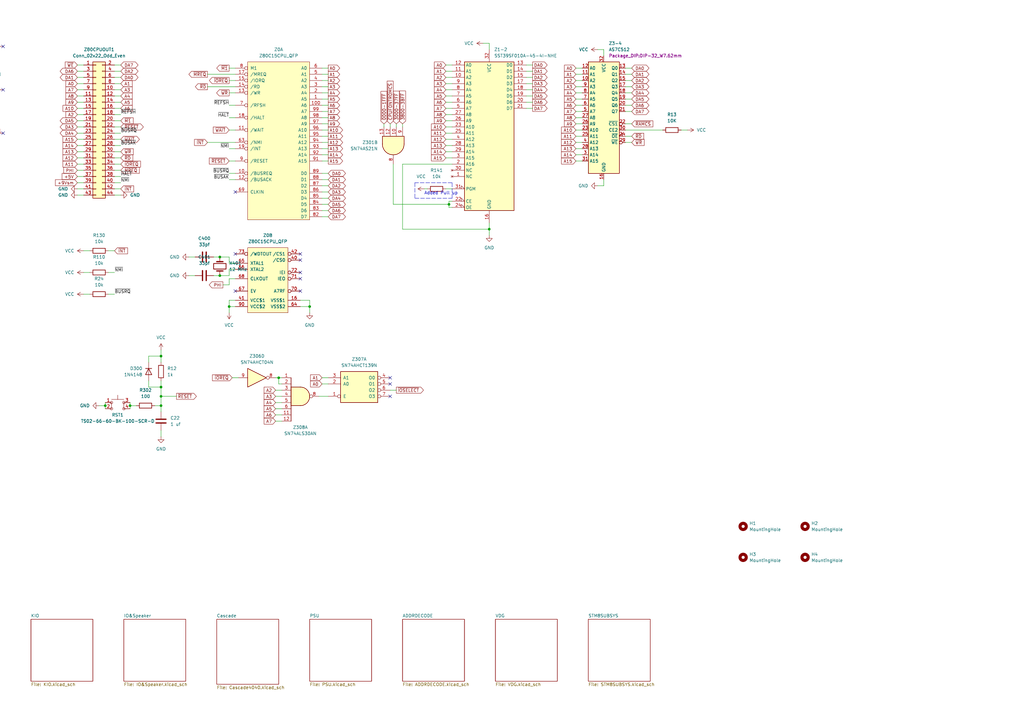
<source format=kicad_sch>
(kicad_sch (version 20211123) (generator eeschema)
  (paper "A3")
  (title_block (title "JupiterAce Z80 plus KIO and new memory format.") (date "2020-05-12") (rev "${REVNUM}") (company "Ontobus") (comment 1 "John Bradley") (comment 2 "https://creativecommons.org/licenses/by-nc-sa/4.0/") (comment 3 "Attribution-NonCommercial-ShareAlike 4.0 International License.") (comment 4 "This work is licensed under a Creative Commons "))
  (junction (at 53.34 166.37))
  (junction (at 66.04 166.37))
  (junction (at 90.17 113.03))
  (junction (at 200.66 93.98))
  (junction (at 43.18 166.37))
  (junction (at 66.04 146.05))
  (junction (at 66.04 162.56))
  (junction (at 184.15 83.82))
  (junction (at 127 125.73))
  (junction (at 114.3 154.94))
  (junction (at 90.17 105.41))
  (junction (at 66.04 158.75))
  (junction (at 93.98 125.73))
  (no_connect (at 1.27 19.05))
  (no_connect (at -13.97 21.59))
  (no_connect (at 123.19 104.14))
  (no_connect (at 123.19 106.68))
  (no_connect (at 123.19 111.76))
  (no_connect (at 123.19 114.3))
  (no_connect (at 123.19 119.38))
  (no_connect (at 96.52 119.38))
  (no_connect (at 96.52 104.14))
  (no_connect (at -54.61 107.95))
  (no_connect (at -39.37 95.25))
  (no_connect (at -54.61 92.71))
  (no_connect (at -54.61 97.79))
  (no_connect (at -54.61 95.25))
  (no_connect (at -34.29 16.51))
  (no_connect (at -54.61 80.01))
  (no_connect (at -54.61 74.93))
  (no_connect (at -39.37 77.47))
  (no_connect (at -13.97 36.83))
  (no_connect (at 1.27 36.83))
  (no_connect (at -39.37 36.83))
  (no_connect (at -54.61 36.83))
  (no_connect (at -54.61 110.49))
  (no_connect (at -54.61 115.57))
  (no_connect (at -54.61 113.03))
  (no_connect (at -39.37 111.76))
  (no_connect (at -34.29 54.61))
  (no_connect (at -26.67 60.96))
  (no_connect (at -6.35 60.96))
  (no_connect (at -13.97 54.61))
  (no_connect (at -19.05 54.61))
  (no_connect (at -54.61 54.61))
  (no_connect (at -39.37 54.61))
  (no_connect (at -46.99 60.96))
  (no_connect (at 1.27 54.61))
  (no_connect (at 160.02 154.94))
  (no_connect (at -19.05 19.05))
  (no_connect (at 160.02 162.56))
  (no_connect (at -54.61 130.81))
  (no_connect (at -39.37 128.27))
  (no_connect (at -54.61 125.73))
  (no_connect (at 96.52 78.74))
  (no_connect (at -34.29 80.01))
  (no_connect (at -34.29 74.93))
  (no_connect (at -19.05 77.47))
  (no_connect (at -54.61 16.51))
  (no_connect (at -54.61 21.59))
  (no_connect (at -39.37 19.05))
  (no_connect (at -34.29 36.83))
  (no_connect (at -19.05 36.83))
  (no_connect (at -13.97 16.51))
  (no_connect (at 160.02 157.48))
  (no_connect (at -34.29 21.59))
  (wire (pts (xy 238.76 60.96) (xy 236.22 60.96)))
  (wire (pts (xy 66.04 146.05) (xy 60.96 146.05)))
  (wire (pts (xy 200.66 91.44) (xy 200.66 93.98)))
  (wire (pts (xy 215.9 26.67) (xy 218.44 26.67)))
  (wire (pts (xy 36.83 111.76) (xy 34.29 111.76)))
  (wire (pts (xy 34.29 52.07) (xy 31.75 52.07)))
  (wire (pts (xy 93.98 125.73) (xy 93.98 128.27)))
  (wire (pts (xy 34.29 31.75) (xy 31.75 31.75)))
  (wire (pts (xy 185.42 62.23) (xy 182.88 62.23)))
  (wire (pts (xy 184.15 83.82) (xy 184.15 85.09)))
  (wire (pts (xy 165.1 67.31) (xy 185.42 67.31)))
  (wire (pts (xy 60.96 156.21) (xy 60.96 158.75)))
  (wire (pts (xy 66.04 148.59) (xy 66.04 146.05)))
  (polyline (pts (xy 170.18 74.93) (xy 170.18 81.28)))
  (wire (pts (xy 66.04 162.56) (xy 66.04 166.37)))
  (wire (pts (xy 46.99 57.15) (xy 49.53 57.15)))
  (wire (pts (xy 256.54 55.88) (xy 259.08 55.88)))
  (wire (pts (xy 132.08 73.66) (xy 134.62 73.66)))
  (wire (pts (xy 46.99 41.91) (xy 49.53 41.91)))
  (wire (pts (xy 46.99 77.47) (xy 49.53 77.47)))
  (wire (pts (xy 93.98 123.19) (xy 96.52 123.19)))
  (wire (pts (xy 238.76 53.34) (xy 236.22 53.34)))
  (wire (pts (xy 132.08 30.48) (xy 134.62 30.48)))
  (wire (pts (xy 96.52 125.73) (xy 93.98 125.73)))
  (wire (pts (xy 185.42 64.77) (xy 182.88 64.77)))
  (wire (pts (xy 34.29 44.45) (xy 31.75 44.45)))
  (wire (pts (xy 44.45 120.65) (xy 46.99 120.65)))
  (wire (pts (xy 238.76 38.1) (xy 236.22 38.1)))
  (wire (pts (xy 34.29 39.37) (xy 31.75 39.37)))
  (wire (pts (xy 114.3 154.94) (xy 113.03 154.94)))
  (wire (pts (xy 96.52 38.1) (xy 93.98 38.1)))
  (wire (pts (xy 46.99 26.67) (xy 49.53 26.67)))
  (wire (pts (xy 46.99 44.45) (xy 49.53 44.45)))
  (wire (pts (xy 93.98 66.04) (xy 96.52 66.04)))
  (wire (pts (xy 132.08 76.2) (xy 134.62 76.2)))
  (wire (pts (xy 247.65 73.66) (xy 247.65 76.2)))
  (polyline (pts (xy 185.42 74.93) (xy 170.18 74.93)))
  (wire (pts (xy 34.29 69.85) (xy 31.75 69.85)))
  (wire (pts (xy 96.52 58.42) (xy 85.09 58.42)))
  (wire (pts (xy 185.42 36.83) (xy 182.88 36.83)))
  (wire (pts (xy 93.98 114.3) (xy 96.52 114.3)))
  (wire (pts (xy 93.98 43.18) (xy 96.52 43.18)))
  (wire (pts (xy 185.42 41.91) (xy 182.88 41.91)))
  (wire (pts (xy 31.75 77.47) (xy 34.29 77.47)))
  (wire (pts (xy 34.29 62.23) (xy 31.75 62.23)))
  (wire (pts (xy 247.65 20.32) (xy 245.11 20.32)))
  (wire (pts (xy 115.57 165.1) (xy 113.03 165.1)))
  (wire (pts (xy 115.57 167.64) (xy 113.03 167.64)))
  (wire (pts (xy 185.42 77.47) (xy 182.88 77.47)))
  (wire (pts (xy 185.42 26.67) (xy 182.88 26.67)))
  (wire (pts (xy 256.54 50.8) (xy 259.08 50.8)))
  (wire (pts (xy 132.08 55.88) (xy 134.62 55.88)))
  (wire (pts (xy 46.99 62.23) (xy 49.53 62.23)))
  (wire (pts (xy 238.76 66.04) (xy 236.22 66.04)))
  (wire (pts (xy 90.17 113.03) (xy 93.98 113.03)))
  (wire (pts (xy 96.52 48.26) (xy 93.98 48.26)))
  (wire (pts (xy 132.08 45.72) (xy 134.62 45.72)))
  (polyline (pts (xy 170.18 81.28) (xy 185.42 81.28)))
  (wire (pts (xy 87.63 105.41) (xy 90.17 105.41)))
  (wire (pts (xy 256.54 30.48) (xy 259.08 30.48)))
  (wire (pts (xy 46.99 72.39) (xy 49.53 72.39)))
  (wire (pts (xy 215.9 31.75) (xy 218.44 31.75)))
  (wire (pts (xy 132.08 50.8) (xy 134.62 50.8)))
  (wire (pts (xy 185.42 82.55) (xy 184.15 82.55)))
  (wire (pts (xy 185.42 52.07) (xy 182.88 52.07)))
  (wire (pts (xy 256.54 45.72) (xy 259.08 45.72)))
  (wire (pts (xy 132.08 60.96) (xy 134.62 60.96)))
  (wire (pts (xy 175.26 77.47) (xy 173.99 77.47)))
  (wire (pts (xy 256.54 38.1) (xy 259.08 38.1)))
  (wire (pts (xy 114.3 157.48) (xy 115.57 157.48)))
  (wire (pts (xy 36.83 102.87) (xy 34.29 102.87)))
  (wire (pts (xy 215.9 44.45) (xy 218.44 44.45)))
  (wire (pts (xy 132.08 33.02) (xy 134.62 33.02)))
  (wire (pts (xy 185.42 29.21) (xy 182.88 29.21)))
  (wire (pts (xy 115.57 162.56) (xy 113.03 162.56)))
  (wire (pts (xy 238.76 27.94) (xy 236.22 27.94)))
  (wire (pts (xy 46.99 36.83) (xy 49.53 36.83)))
  (wire (pts (xy 55.88 166.37) (xy 53.34 166.37)))
  (wire (pts (xy 123.19 123.19) (xy 127 123.19)))
  (wire (pts (xy 236.22 35.56) (xy 238.76 35.56)))
  (wire (pts (xy 114.3 154.94) (xy 114.3 157.48)))
  (wire (pts (xy 200.66 20.32) (xy 200.66 17.78)))
  (wire (pts (xy 185.42 54.61) (xy 182.88 54.61)))
  (wire (pts (xy 185.42 59.69) (xy 182.88 59.69)))
  (wire (pts (xy 115.57 170.18) (xy 113.03 170.18)))
  (wire (pts (xy 115.57 154.94) (xy 114.3 154.94)))
  (wire (pts (xy 132.08 48.26) (xy 134.62 48.26)))
  (wire (pts (xy 46.99 54.61) (xy 49.53 54.61)))
  (wire (pts (xy 134.62 157.48) (xy 132.08 157.48)))
  (wire (pts (xy 46.99 39.37) (xy 49.53 39.37)))
  (wire (pts (xy 215.9 34.29) (xy 218.44 34.29)))
  (wire (pts (xy 184.15 82.55) (xy 184.15 83.82)))
  (wire (pts (xy 66.04 158.75) (xy 66.04 162.56)))
  (wire (pts (xy 34.29 64.77) (xy 31.75 64.77)))
  (wire (pts (xy 132.08 43.18) (xy 134.62 43.18)))
  (wire (pts (xy 90.17 105.41) (xy 93.98 105.41)))
  (wire (pts (xy 66.04 162.56) (xy 72.39 162.56)))
  (wire (pts (xy 46.99 31.75) (xy 49.53 31.75)))
  (wire (pts (xy 238.76 63.5) (xy 236.22 63.5)))
  (wire (pts (xy 34.29 57.15) (xy 31.75 57.15)))
  (wire (pts (xy 66.04 156.21) (xy 66.04 158.75)))
  (wire (pts (xy 96.52 73.66) (xy 93.98 73.66)))
  (wire (pts (xy 238.76 48.26) (xy 236.22 48.26)))
  (wire (pts (xy 34.29 72.39) (xy 31.75 72.39)))
  (wire (pts (xy 132.08 66.04) (xy 134.62 66.04)))
  (wire (pts (xy 46.99 49.53) (xy 49.53 49.53)))
  (wire (pts (xy 215.9 41.91) (xy 218.44 41.91)))
  (wire (pts (xy 66.04 176.53) (xy 66.04 179.07)))
  (wire (pts (xy 238.76 58.42) (xy 236.22 58.42)))
  (wire (pts (xy 132.08 81.28) (xy 134.62 81.28)))
  (wire (pts (xy 66.04 166.37) (xy 66.04 168.91)))
  (wire (pts (xy 132.08 83.82) (xy 134.62 83.82)))
  (wire (pts (xy 132.08 78.74) (xy 134.62 78.74)))
  (wire (pts (xy 185.42 39.37) (xy 182.88 39.37)))
  (wire (pts (xy 256.54 35.56) (xy 259.08 35.56)))
  (wire (pts (xy 127 125.73) (xy 127 128.27)))
  (wire (pts (xy 34.29 67.31) (xy 31.75 67.31)))
  (wire (pts (xy 200.66 93.98) (xy 200.66 96.52)))
  (wire (pts (xy 93.98 114.3) (xy 93.98 116.84)))
  (wire (pts (xy 44.45 111.76) (xy 46.99 111.76)))
  (wire (pts (xy 238.76 40.64) (xy 236.22 40.64)))
  (wire (pts (xy 34.29 80.01) (xy 31.75 80.01)))
  (wire (pts (xy 238.76 43.18) (xy 236.22 43.18)))
  (wire (pts (xy 157.48 52.07) (xy 157.48 50.8)))
  (wire (pts (xy 34.29 29.21) (xy 31.75 29.21)))
  (wire (pts (xy 66.04 158.75) (xy 60.96 158.75)))
  (wire (pts (xy 279.4 53.34) (xy 281.94 53.34)))
  (wire (pts (xy 97.79 154.94) (xy 95.25 154.94)))
  (wire (pts (xy 66.04 143.51) (xy 66.04 146.05)))
  (wire (pts (xy 34.29 54.61) (xy 31.75 54.61)))
  (wire (pts (xy 185.42 49.53) (xy 182.88 49.53)))
  (wire (pts (xy 215.9 36.83) (xy 218.44 36.83)))
  (wire (pts (xy 256.54 27.94) (xy 259.08 27.94)))
  (wire (pts (xy 132.08 86.36) (xy 134.62 86.36)))
  (wire (pts (xy 46.99 67.31) (xy 49.53 67.31)))
  (wire (pts (xy 200.66 93.98) (xy 165.1 93.98)))
  (wire (pts (xy 238.76 45.72) (xy 236.22 45.72)))
  (wire (pts (xy 96.52 53.34) (xy 93.98 53.34)))
  (wire (pts (xy 165.1 67.31) (xy 165.1 93.98)))
  (wire (pts (xy 77.47 105.41) (xy 80.01 105.41)))
  (wire (pts (xy 96.52 27.94) (xy 93.98 27.94)))
  (wire (pts (xy 115.57 172.72) (xy 113.03 172.72)))
  (wire (pts (xy 185.42 34.29) (xy 182.88 34.29)))
  (wire (pts (xy 238.76 50.8) (xy 236.22 50.8)))
  (wire (pts (xy 132.08 27.94) (xy 134.62 27.94)))
  (wire (pts (xy 165.1 52.07) (xy 165.1 50.8)))
  (wire (pts (xy 46.99 34.29) (xy 49.53 34.29)))
  (wire (pts (xy 238.76 30.48) (xy 236.22 30.48)))
  (wire (pts (xy 132.08 35.56) (xy 134.62 35.56)))
  (wire (pts (xy 185.42 85.09) (xy 184.15 85.09)))
  (wire (pts (xy 34.29 41.91) (xy 31.75 41.91)))
  (wire (pts (xy 185.42 44.45) (xy 182.88 44.45)))
  (wire (pts (xy 160.02 50.8) (xy 160.02 52.07)))
  (wire (pts (xy 43.18 165.1) (xy 43.18 166.37)))
  (wire (pts (xy 247.65 20.32) (xy 247.65 22.86)))
  (wire (pts (xy 132.08 40.64) (xy 134.62 40.64)))
  (wire (pts (xy 200.66 17.78) (xy 198.12 17.78)))
  (wire (pts (xy 43.18 166.37) (xy 43.18 167.64)))
  (wire (pts (xy 96.52 107.95) (xy 93.98 107.95)))
  (wire (pts (xy 34.29 49.53) (xy 31.75 49.53)))
  (wire (pts (xy 34.29 46.99) (xy 31.75 46.99)))
  (wire (pts (xy 93.98 107.95) (xy 93.98 105.41)))
  (wire (pts (xy 49.53 74.93) (xy 46.99 74.93)))
  (wire (pts (xy 77.47 113.03) (xy 80.01 113.03)))
  (wire (pts (xy 271.78 53.34) (xy 256.54 53.34)))
  (wire (pts (xy 46.99 46.99) (xy 49.53 46.99)))
  (wire (pts (xy 96.52 110.49) (xy 93.98 110.49)))
  (wire (pts (xy 96.52 35.56) (xy 85.09 35.56)))
  (wire (pts (xy 215.9 39.37) (xy 218.44 39.37)))
  (wire (pts (xy 132.08 58.42) (xy 134.62 58.42)))
  (wire (pts (xy 245.11 76.2) (xy 247.65 76.2)))
  (wire (pts (xy 34.29 36.83) (xy 31.75 36.83)))
  (wire (pts (xy 161.29 83.82) (xy 184.15 83.82)))
  (wire (pts (xy 238.76 33.02) (xy 236.22 33.02)))
  (wire (pts (xy 238.76 55.88) (xy 236.22 55.88)))
  (wire (pts (xy 134.62 162.56) (xy 130.81 162.56)))
  (wire (pts (xy 93.98 71.12) (xy 96.52 71.12)))
  (wire (pts (xy 96.52 30.48) (xy 85.09 30.48)))
  (wire (pts (xy 132.08 63.5) (xy 134.62 63.5)))
  (wire (pts (xy 256.54 33.02) (xy 259.08 33.02)))
  (wire (pts (xy 256.54 43.18) (xy 259.08 43.18)))
  (wire (pts (xy 46.99 80.01) (xy 49.53 80.01)))
  (wire (pts (xy 123.19 125.73) (xy 127 125.73)))
  (polyline (pts (xy 185.42 81.28) (xy 185.42 74.93)))
  (wire (pts (xy 34.29 34.29) (xy 31.75 34.29)))
  (wire (pts (xy 87.63 113.03) (xy 90.17 113.03)))
  (wire (pts (xy 256.54 58.42) (xy 259.08 58.42)))
  (wire (pts (xy 93.98 125.73) (xy 93.98 123.19)))
  (wire (pts (xy 34.29 59.69) (xy 31.75 59.69)))
  (wire (pts (xy 115.57 160.02) (xy 113.03 160.02)))
  (wire (pts (xy 185.42 31.75) (xy 182.88 31.75)))
  (wire (pts (xy 132.08 53.34) (xy 134.62 53.34)))
  (wire (pts (xy 34.29 26.67) (xy 31.75 26.67)))
  (wire (pts (xy 134.62 154.94) (xy 132.08 154.94)))
  (wire (pts (xy 46.99 69.85) (xy 49.53 69.85)))
  (wire (pts (xy 63.5 166.37) (xy 66.04 166.37)))
  (wire (pts (xy 162.56 52.07) (xy 162.56 50.8)))
  (wire (pts (xy 96.52 33.02) (xy 93.98 33.02)))
  (wire (pts (xy 132.08 38.1) (xy 134.62 38.1)))
  (wire (pts (xy 34.29 74.93) (xy 31.75 74.93)))
  (wire (pts (xy 93.98 110.49) (xy 93.98 113.03)))
  (wire (pts (xy 60.96 146.05) (xy 60.96 148.59)))
  (wire (pts (xy 34.29 120.65) (xy 36.83 120.65)))
  (wire (pts (xy 46.99 59.69) (xy 49.53 59.69)))
  (wire (pts (xy 132.08 88.9) (xy 134.62 88.9)))
  (wire (pts (xy 43.18 166.37) (xy 40.64 166.37)))
  (wire (pts (xy 91.44 116.84) (xy 93.98 116.84)))
  (wire (pts (xy 127 125.73) (xy 127 123.19)))
  (wire (pts (xy 185.42 57.15) (xy 182.88 57.15)))
  (wire (pts (xy 161.29 83.82) (xy 161.29 67.31)))
  (wire (pts (xy 215.9 29.21) (xy 218.44 29.21)))
  (wire (pts (xy 46.99 52.07) (xy 49.53 52.07)))
  (wire (pts (xy 53.34 166.37) (xy 53.34 167.64)))
  (wire (pts (xy 96.52 60.96) (xy 93.98 60.96)))
  (wire (pts (xy 46.99 64.77) (xy 49.53 64.77)))
  (wire (pts (xy 160.02 160.02) (xy 162.56 160.02)))
  (wire (pts (xy 256.54 40.64) (xy 259.08 40.64)))
  (wire (pts (xy 44.45 102.87) (xy 46.99 102.87)))
  (wire (pts (xy 132.08 71.12) (xy 134.62 71.12)))
  (wire (pts (xy 46.99 29.21) (xy 49.53 29.21)))
  (wire (pts (xy 185.42 46.99) (xy 182.88 46.99)))
  (wire (pts (xy 53.34 165.1) (xy 53.34 166.37)))
  (text "Added Pull up" (at 173.99 80.01 0) (effects (font (size 1.27 1.27)) (justify left bottom)))
  (label "~{REFSH}" (at 93.98 43.18 0))
  (label "~{NMI}" (at 46.99 111.76 0))
  (label "~{BUSAK}" (at 49.53 59.69 0))
  (label "~{REFSH}" (at 49.53 46.99 0))
  (label "~{BUSRQ}" (at 49.53 54.61 0))
  (label "~{NMI}" (at 93.98 60.96 180))
  (label "~{BUSRQ}" (at 93.98 71.12 180))
  (label "~{HALT}" (at 49.53 72.39 0))
  (label "~{BUSRQ}" (at 46.99 120.65 0))
  (label "~{NMI}" (at 49.53 74.93 0))
  (label "~{BUSAK}" (at 93.98 73.66 180))
  (label "~{HALT}" (at 93.98 48.26 180))
  (global_label "~{WAIT}" (shape input) (at 93.98 53.34 180) (property "Intersheet References" "${INTERSHEET_REFS}" (at 87.5434 53.2606 0) (effects (justify right))))
  (global_label "DA5" (shape output) (at 218.44 39.37 0) (property "Intersheet References" "${INTERSHEET_REFS}" (at 224.3323 39.2906 0) (effects (justify left))))
  (global_label "~{WAIT}" (shape bidirectional) (at 49.53 57.15 0) (property "Intersheet References" "${INTERSHEET_REFS}" (at 55.9666 57.0706 0) (effects (justify left))))
  (global_label "A6" (shape output) (at 134.62 43.18 0) (property "Intersheet References" "${INTERSHEET_REFS}" (at 139.2423 43.1006 0) (effects (justify left))))
  (global_label "DA4" (shape bidirectional) (at 259.08 38.1 0) (property "Intersheet References" "${INTERSHEET_REFS}" (at 264.9723 38.0206 0) (effects (justify left))))
  (global_label "~{RAMCS}" (shape input) (at 259.08 50.8 0) (property "Intersheet References" "${INTERSHEET_REFS}" (at 267.6937 50.7206 0) (effects (justify left))))
  (global_label "DA0" (shape bidirectional) (at 259.08 27.94 0) (property "Intersheet References" "${INTERSHEET_REFS}" (at 264.9723 27.8606 0) (effects (justify left))))
  (global_label "A4" (shape output) (at 134.62 38.1 0) (property "Intersheet References" "${INTERSHEET_REFS}" (at 139.2423 38.0206 0) (effects (justify left))))
  (global_label "A9" (shape input) (at 31.75 41.91 180) (property "Intersheet References" "${INTERSHEET_REFS}" (at 27.1277 41.8306 0) (effects (justify right))))
  (global_label "~{INT}" (shape input) (at 85.09 58.42 180) (property "Intersheet References" "${INTERSHEET_REFS}" (at 79.8629 58.3406 0) (effects (justify right))))
  (global_label "DA4" (shape bidirectional) (at 31.75 54.61 180) (property "Intersheet References" "${INTERSHEET_REFS}" (at 25.8577 54.5306 0) (effects (justify right))))
  (global_label "DA2" (shape bidirectional) (at 134.62 76.2 0) (property "Intersheet References" "${INTERSHEET_REFS}" (at 140.5123 76.1206 0) (effects (justify left))))
  (global_label "A0" (shape input) (at 31.75 34.29 180) (property "Intersheet References" "${INTERSHEET_REFS}" (at 27.1277 34.2106 0) (effects (justify right))))
  (global_label "A8" (shape input) (at 31.75 39.37 180) (property "Intersheet References" "${INTERSHEET_REFS}" (at 27.1277 39.2906 0) (effects (justify right))))
  (global_label "~{INT}" (shape input) (at 49.53 77.47 0) (property "Intersheet References" "${INTERSHEET_REFS}" (at 54.7571 77.3906 0) (effects (justify left))))
  (global_label "A12" (shape output) (at 134.62 58.42 0) (property "Intersheet References" "${INTERSHEET_REFS}" (at 140.4518 58.3406 0) (effects (justify left))))
  (global_label "A7" (shape input) (at 236.22 45.72 180) (property "Intersheet References" "${INTERSHEET_REFS}" (at 231.5977 45.6406 0) (effects (justify right))))
  (global_label "~{RESET}" (shape input) (at 93.98 66.04 180) (property "Intersheet References" "${INTERSHEET_REFS}" (at 85.9106 65.9606 0) (effects (justify right))))
  (global_label "A10" (shape input) (at 31.75 44.45 180) (property "Intersheet References" "${INTERSHEET_REFS}" (at 25.9182 44.3706 0) (effects (justify right))))
  (global_label "DA5" (shape bidirectional) (at 31.75 49.53 180) (property "Intersheet References" "${INTERSHEET_REFS}" (at 25.8577 49.4506 0) (effects (justify right))))
  (global_label "A13" (shape input) (at 182.88 59.69 180) (property "Intersheet References" "${INTERSHEET_REFS}" (at 177.0482 59.6106 0) (effects (justify right))))
  (global_label "A5" (shape output) (at 134.62 40.64 0) (property "Intersheet References" "${INTERSHEET_REFS}" (at 139.2423 40.5606 0) (effects (justify left))))
  (global_label "A15" (shape input) (at 236.22 66.04 180) (property "Intersheet References" "${INTERSHEET_REFS}" (at 230.3882 65.9606 0) (effects (justify right))))
  (global_label "~{RESET}" (shape output) (at 72.39 162.56 0) (property "Intersheet References" "${INTERSHEET_REFS}" (at 80.4594 162.4806 0) (effects (justify left))))
  (global_label "A5" (shape input) (at 236.22 40.64 180) (property "Intersheet References" "${INTERSHEET_REFS}" (at 231.5977 40.5606 0) (effects (justify right))))
  (global_label "DA3" (shape bidirectional) (at 259.08 35.56 0) (property "Intersheet References" "${INTERSHEET_REFS}" (at 264.9723 35.4806 0) (effects (justify left))))
  (global_label "A12" (shape input) (at 31.75 64.77 180) (property "Intersheet References" "${INTERSHEET_REFS}" (at 25.9182 64.6906 0) (effects (justify right))))
  (global_label "A1" (shape input) (at 49.53 34.29 0) (property "Intersheet References" "${INTERSHEET_REFS}" (at 54.1523 34.2106 0) (effects (justify left))))
  (global_label "A14" (shape input) (at 31.75 59.69 180) (property "Intersheet References" "${INTERSHEET_REFS}" (at 25.9182 59.6106 0) (effects (justify right))))
  (global_label "PHI" (shape input) (at 31.75 69.85 180) (property "Intersheet References" "${INTERSHEET_REFS}" (at 26.2206 69.7706 0) (effects (justify right))))
  (global_label "DA6" (shape bidirectional) (at 134.62 86.36 0) (property "Intersheet References" "${INTERSHEET_REFS}" (at 140.5123 86.2806 0) (effects (justify left))))
  (global_label "A6" (shape input) (at 113.03 170.18 180) (property "Intersheet References" "${INTERSHEET_REFS}" (at 108.4077 170.1006 0) (effects (justify right))))
  (global_label "A13" (shape input) (at 236.22 60.96 180) (property "Intersheet References" "${INTERSHEET_REFS}" (at 230.3882 60.8806 0) (effects (justify right))))
  (global_label "A3" (shape input) (at 49.53 36.83 0) (property "Intersheet References" "${INTERSHEET_REFS}" (at 54.1523 36.7506 0) (effects (justify left))))
  (global_label "A10" (shape input) (at 236.22 53.34 180) (property "Intersheet References" "${INTERSHEET_REFS}" (at 230.3882 53.2606 0) (effects (justify right))))
  (global_label "DA1" (shape bidirectional) (at 259.08 30.48 0) (property "Intersheet References" "${INTERSHEET_REFS}" (at 264.9723 30.4006 0) (effects (justify left))))
  (global_label "A11" (shape output) (at 134.62 55.88 0) (property "Intersheet References" "${INTERSHEET_REFS}" (at 140.4518 55.8006 0) (effects (justify left))))
  (global_label "DA2" (shape bidirectional) (at 49.53 29.21 0) (property "Intersheet References" "${INTERSHEET_REFS}" (at 55.4223 29.1306 0) (effects (justify left))))
  (global_label "A9" (shape output) (at 134.62 50.8 0) (property "Intersheet References" "${INTERSHEET_REFS}" (at 139.2423 50.7206 0) (effects (justify left))))
  (global_label "A8" (shape input) (at 236.22 48.26 180) (property "Intersheet References" "${INTERSHEET_REFS}" (at 231.5977 48.1806 0) (effects (justify right))))
  (global_label "DA0" (shape bidirectional) (at 49.53 31.75 0) (property "Intersheet References" "${INTERSHEET_REFS}" (at 55.4223 31.6706 0) (effects (justify left))))
  (global_label "DA0" (shape output) (at 218.44 26.67 0) (property "Intersheet References" "${INTERSHEET_REFS}" (at 224.3323 26.5906 0) (effects (justify left))))
  (global_label "DA0" (shape bidirectional) (at 134.62 71.12 0) (property "Intersheet References" "${INTERSHEET_REFS}" (at 140.5123 71.0406 0) (effects (justify left))))
  (global_label "DA3" (shape output) (at 218.44 34.29 0) (property "Intersheet References" "${INTERSHEET_REFS}" (at 224.3323 34.2106 0) (effects (justify left))))
  (global_label "DA7" (shape bidirectional) (at 259.08 45.72 0) (property "Intersheet References" "${INTERSHEET_REFS}" (at 264.9723 45.6406 0) (effects (justify left))))
  (global_label "A8" (shape input) (at 182.88 46.99 180) (property "Intersheet References" "${INTERSHEET_REFS}" (at 178.2577 46.9106 0) (effects (justify right))))
  (global_label "A6" (shape input) (at 182.88 41.91 180) (property "Intersheet References" "${INTERSHEET_REFS}" (at 178.2577 41.8306 0) (effects (justify right))))
  (global_label "~{MREQ}" (shape output) (at 85.09 30.48 180) (property "Intersheet References" "${INTERSHEET_REFS}" (at 77.5648 30.4006 0) (effects (justify right))))
  (global_label "~{WR}" (shape input) (at 49.53 62.23 0) (property "Intersheet References" "${INTERSHEET_REFS}" (at 54.5756 62.1506 0) (effects (justify left))))
  (global_label "~{RD}" (shape input) (at 259.08 55.88 0) (property "Intersheet References" "${INTERSHEET_REFS}" (at 263.9442 55.8006 0) (effects (justify left))))
  (global_label "+5V" (shape input) (at 31.75 72.39 180) (property "Intersheet References" "${INTERSHEET_REFS}" (at 25.5553 72.3106 0) (effects (justify right))))
  (global_label "~{INT}" (shape input) (at 46.99 102.87 0) (property "Intersheet References" "${INTERSHEET_REFS}" (at 52.2171 102.7906 0) (effects (justify left))))
  (global_label "DA3" (shape bidirectional) (at 134.62 78.74 0) (property "Intersheet References" "${INTERSHEET_REFS}" (at 140.5123 78.6606 0) (effects (justify left))))
  (global_label "A0" (shape input) (at 236.22 27.94 180) (property "Intersheet References" "${INTERSHEET_REFS}" (at 231.5977 27.8606 0) (effects (justify right))))
  (global_label "A7" (shape input) (at 182.88 44.45 180) (property "Intersheet References" "${INTERSHEET_REFS}" (at 178.2577 44.3706 0) (effects (justify right))))
  (global_label "~{IOSELECT}" (shape output) (at 162.56 160.02 0) (property "Intersheet References" "${INTERSHEET_REFS}" (at 173.5928 159.9406 0) (effects (justify left))))
  (global_label "A1" (shape input) (at 182.88 29.21 180) (property "Intersheet References" "${INTERSHEET_REFS}" (at 178.2577 29.1306 0) (effects (justify right))))
  (global_label "A5" (shape input) (at 182.88 39.37 180) (property "Intersheet References" "${INTERSHEET_REFS}" (at 178.2577 39.2906 0) (effects (justify right))))
  (global_label "DA6" (shape bidirectional) (at 31.75 29.21 180) (property "Intersheet References" "${INTERSHEET_REFS}" (at 25.8577 29.1306 0) (effects (justify right))))
  (global_label "A3" (shape output) (at 134.62 35.56 0) (property "Intersheet References" "${INTERSHEET_REFS}" (at 139.2423 35.4806 0) (effects (justify left))))
  (global_label "A12" (shape input) (at 236.22 58.42 180) (property "Intersheet References" "${INTERSHEET_REFS}" (at 230.3882 58.3406 0) (effects (justify right))))
  (global_label "DA4" (shape bidirectional) (at 134.62 81.28 0) (property "Intersheet References" "${INTERSHEET_REFS}" (at 140.5123 81.2006 0) (effects (justify left))))
  (global_label "~{3000-37FF}" (shape input) (at 162.56 50.8 90) (property "Intersheet References" "${INTERSHEET_REFS}" (at 162.4806 37.4691 90) (effects (justify left))))
  (global_label "A0" (shape input) (at 132.08 157.48 180) (property "Intersheet References" "${INTERSHEET_REFS}" (at 127.4577 157.4006 0) (effects (justify right))))
  (global_label "~{RD}" (shape input) (at 49.53 64.77 0) (property "Intersheet References" "${INTERSHEET_REFS}" (at 54.3942 64.6906 0) (effects (justify left))))
  (global_label "DA2" (shape bidirectional) (at 259.08 33.02 0) (property "Intersheet References" "${INTERSHEET_REFS}" (at 264.9723 32.9406 0) (effects (justify left))))
  (global_label "+9Vsm" (shape input) (at 31.75 74.93 180) (property "Intersheet References" "${INTERSHEET_REFS}" (at 22.8339 74.8506 0) (effects (justify right))))
  (global_label "~{M1}" (shape output) (at 93.98 27.94 180) (property "Intersheet References" "${INTERSHEET_REFS}" (at 88.9948 27.8606 0) (effects (justify right))))
  (global_label "A2" (shape input) (at 113.03 160.02 180) (property "Intersheet References" "${INTERSHEET_REFS}" (at 108.4077 159.9406 0) (effects (justify right))))
  (global_label "A10" (shape output) (at 134.62 53.34 0) (property "Intersheet References" "${INTERSHEET_REFS}" (at 140.4518 53.2606 0) (effects (justify left))))
  (global_label "A7" (shape input) (at 31.75 36.83 180) (property "Intersheet References" "${INTERSHEET_REFS}" (at 27.1277 36.7506 0) (effects (justify right))))
  (global_label "A2" (shape output) (at 134.62 33.02 0) (property "Intersheet References" "${INTERSHEET_REFS}" (at 139.2423 32.9406 0) (effects (justify left))))
  (global_label "~{3800-3BFF}" (shape input) (at 165.1 50.8 90) (property "Intersheet References" "${INTERSHEET_REFS}" (at 165.0206 37.4087 90) (effects (justify left))))
  (global_label "A2" (shape input) (at 182.88 31.75 180) (property "Intersheet References" "${INTERSHEET_REFS}" (at 178.2577 31.6706 0) (effects (justify right))))
  (global_label "A7" (shape input) (at 113.03 172.72 180) (property "Intersheet References" "${INTERSHEET_REFS}" (at 108.4077 172.6406 0) (effects (justify right))))
  (global_label "DA7" (shape bidirectional) (at 134.62 88.9 0) (property "Intersheet References" "${INTERSHEET_REFS}" (at 140.5123 88.8206 0) (effects (justify left))))
  (global_label "~{IOREQ}" (shape output) (at 93.98 33.02 180) (property "Intersheet References" "${INTERSHEET_REFS}" (at 85.971 32.9406 0) (effects (justify right))))
  (global_label "A9" (shape input) (at 236.22 50.8 180) (property "Intersheet References" "${INTERSHEET_REFS}" (at 231.5977 50.7206 0) (effects (justify right))))
  (global_label "A2" (shape input) (at 236.22 33.02 180) (property "Intersheet References" "${INTERSHEET_REFS}" (at 231.5977 32.9406 0) (effects (justify right))))
  (global_label "A14" (shape input) (at 236.22 63.5 180) (property "Intersheet References" "${INTERSHEET_REFS}" (at 230.3882 63.4206 0) (effects (justify right))))
  (global_label "~{0000-1FFF}" (shape input) (at 157.48 50.8 90) (property "Intersheet References" "${INTERSHEET_REFS}" (at 157.4006 37.5901 90) (effects (justify left))))
  (global_label "A4" (shape input) (at 49.53 39.37 0) (property "Intersheet References" "${INTERSHEET_REFS}" (at 54.1523 39.2906 0) (effects (justify left))))
  (global_label "A2" (shape input) (at 31.75 46.99 180) (property "Intersheet References" "${INTERSHEET_REFS}" (at 27.1277 46.9106 0) (effects (justify right))))
  (global_label "~{IOREQ}" (shape input) (at 95.25 154.94 180) (property "Intersheet References" "${INTERSHEET_REFS}" (at 87.241 154.8606 0) (effects (justify right))))
  (global_label "A5" (shape input) (at 49.53 41.91 0) (property "Intersheet References" "${INTERSHEET_REFS}" (at 54.1523 41.8306 0) (effects (justify left))))
  (global_label "~{CPUFONTROMCS}" (shape input) (at 160.02 50.8 90) (property "Intersheet References" "${INTERSHEET_REFS}" (at 159.9406 33.3568 90) (effects (justify left))))
  (global_label "PHI" (shape output) (at 91.44 116.84 180) (property "Intersheet References" "${INTERSHEET_REFS}" (at 85.9106 116.7606 0) (effects (justify right))))
  (global_label "DA3" (shape bidirectional) (at 31.75 52.07 180) (property "Intersheet References" "${INTERSHEET_REFS}" (at 25.8577 51.9906 0) (effects (justify right))))
  (global_label "A1" (shape output) (at 134.62 30.48 0) (property "Intersheet References" "${INTERSHEET_REFS}" (at 139.2423 30.4006 0) (effects (justify left))))
  (global_label "A3" (shape input) (at 182.88 34.29 180) (property "Intersheet References" "${INTERSHEET_REFS}" (at 178.2577 34.2106 0) (effects (justify right))))
  (global_label "A10" (shape input) (at 182.88 52.07 180) (property "Intersheet References" "${INTERSHEET_REFS}" (at 177.0482 51.9906 0) (effects (justify right))))
  (global_label "DA6" (shape output) (at 218.44 41.91 0) (property "Intersheet References" "${INTERSHEET_REFS}" (at 224.3323 41.8306 0) (effects (justify left))))
  (global_label "DA4" (shape output) (at 218.44 36.83 0) (property "Intersheet References" "${INTERSHEET_REFS}" (at 224.3323 36.7506 0) (effects (justify left))))
  (global_label "DA6" (shape bidirectional) (at 259.08 43.18 0) (property "Intersheet References" "${INTERSHEET_REFS}" (at 264.9723 43.1006 0) (effects (justify left))))
  (global_label "A7" (shape output) (at 134.62 45.72 0) (property "Intersheet References" "${INTERSHEET_REFS}" (at 139.2423 45.6406 0) (effects (justify left))))
  (global_label "~{RD}" (shape output) (at 85.09 35.56 180) (property "Intersheet References" "${INTERSHEET_REFS}" (at 80.2258 35.4806 0) (effects (justify right))))
  (global_label "DA2" (shape output) (at 218.44 31.75 0) (property "Intersheet References" "${INTERSHEET_REFS}" (at 224.3323 31.6706 0) (effects (justify left))))
  (global_label "~{IOREQ}" (shape input) (at 49.53 67.31 0) (property "Intersheet References" "${INTERSHEET_REFS}" (at 57.539 67.2306 0) (effects (justify left))))
  (global_label "A9" (shape input) (at 182.88 49.53 180) (property "Intersheet References" "${INTERSHEET_REFS}" (at 178.2577 49.4506 0) (effects (justify right))))
  (global_label "A3" (shape input) (at 236.22 35.56 180) (property "Intersheet References" "${INTERSHEET_REFS}" (at 231.5977 35.4806 0) (effects (justify right))))
  (global_label "A0" (shape input) (at 182.88 26.67 180) (property "Intersheet References" "${INTERSHEET_REFS}" (at 178.2577 26.5906 0) (effects (justify right))))
  (global_label "~{RESET}" (shape bidirectional) (at 49.53 52.07 0) (property "Intersheet References" "${INTERSHEET_REFS}" (at 57.5994 51.9906 0) (effects (justify left))))
  (global_label "DA7" (shape bidirectional) (at 49.53 26.67 0) (property "Intersheet References" "${INTERSHEET_REFS}" (at 55.4223 26.5906 0) (effects (justify left))))
  (global_label "A0" (shape output) (at 134.62 27.94 0) (property "Intersheet References" "${INTERSHEET_REFS}" (at 139.2423 27.8606 0) (effects (justify left))))
  (global_label "~{WE}" (shape input) (at 31.75 26.67 180) (property "Intersheet References" "${INTERSHEET_REFS}" (at 26.8253 26.5906 0) (effects (justify right))))
  (global_label "A1" (shape input) (at 236.22 30.48 180) (property "Intersheet References" "${INTERSHEET_REFS}" (at 231.5977 30.4006 0) (effects (justify right))))
  (global_label "A3" (shape input) (at 113.03 162.56 180) (property "Intersheet References" "${INTERSHEET_REFS}" (at 108.4077 162.4806 0) (effects (justify right))))
  (global_label "A14" (shape output) (at 134.62 63.5 0) (property "Intersheet References" "${INTERSHEET_REFS}" (at 140.4518 63.4206 0) (effects (justify left))))
  (global_label "A4" (shape input) (at 113.03 165.1 180) (property "Intersheet References" "${INTERSHEET_REFS}" (at 108.4077 165.0206 0) (effects (justify right))))
  (global_label "A8" (shape output) (at 134.62 48.26 0) (property "Intersheet References" "${INTERSHEET_REFS}" (at 139.2423 48.1806 0) (effects (justify left))))
  (global_label "~{M1}" (shape input) (at 49.53 49.53 0) (property "Intersheet References" "${INTERSHEET_REFS}" (at 54.5152 49.4506 0) (effects (justify left))))
  (global_label "DA5" (shape bidirectional) (at 259.08 40.64 0) (property "Intersheet References" "${INTERSHEET_REFS}" (at 264.9723 40.5606 0) (effects (justify left))))
  (global_label "DA7" (shape output) (at 218.44 44.45 0) (property "Intersheet References" "${INTERSHEET_REFS}" (at 224.3323 44.3706 0) (effects (justify left))))
  (global_label "DA1" (shape bidirectional) (at 31.75 31.75 180) (property "Intersheet References" "${INTERSHEET_REFS}" (at 25.8577 31.6706 0) (effects (justify right))))
  (global_label "~{MREQ}" (shape input) (at 49.53 69.85 0) (property "Intersheet References" "${INTERSHEET_REFS}" (at 57.0552 69.7706 0) (effects (justify left))))
  (global_label "A5" (shape input) (at 113.03 167.64 180) (property "Intersheet References" "${INTERSHEET_REFS}" (at 108.4077 167.5606 0) (effects (justify right))))
  (global_label "DA1" (shape bidirectional) (at 134.62 73.66 0) (property "Intersheet References" "${INTERSHEET_REFS}" (at 140.5123 73.5806 0) (effects (justify left))))
  (global_label "A11" (shape input) (at 182.88 54.61 180) (property "Intersheet References" "${INTERSHEET_REFS}" (at 177.0482 54.5306 0) (effects (justify right))))
  (global_label "A4" (shape input) (at 236.22 38.1 180) (property "Intersheet References" "${INTERSHEET_REFS}" (at 231.5977 38.0206 0) (effects (justify right))))
  (global_label "A13" (shape output) (at 134.62 60.96 0) (property "Intersheet References" "${INTERSHEET_REFS}" (at 140.4518 60.8806 0) (effects (justify left))))
  (global_label "A1" (shape input) (at 132.08 154.94 180) (property "Intersheet References" "${INTERSHEET_REFS}" (at 127.4577 154.8606 0) (effects (justify right))))
  (global_label "A6" (shape input) (at 49.53 44.45 0) (property "Intersheet References" "${INTERSHEET_REFS}" (at 54.1523 44.3706 0) (effects (justify left))))
  (global_label "A13" (shape input) (at 31.75 62.23 180) (property "Intersheet References" "${INTERSHEET_REFS}" (at 25.9182 62.1506 0) (effects (justify right))))
  (global_label "~{WR}" (shape input) (at 259.08 58.42 0) (property "Intersheet References" "${INTERSHEET_REFS}" (at 264.1256 58.3406 0) (effects (justify left))))
  (global_label "~{WR}" (shape output) (at 93.98 38.1 180) (property "Intersheet References" "${INTERSHEET_REFS}" (at 88.9344 38.0206 0) (effects (justify right))))
  (global_label "A15" (shape input) (at 31.75 57.15 180) (property "Intersheet References" "${INTERSHEET_REFS}" (at 25.9182 57.0706 0) (effects (justify right))))
  (global_label "A6" (shape input) (at 236.22 43.18 180) (property "Intersheet References" "${INTERSHEET_REFS}" (at 231.5977 43.1006 0) (effects (justify right))))
  (global_label "DA1" (shape output) (at 218.44 29.21 0) (property "Intersheet References" "${INTERSHEET_REFS}" (at 224.3323 29.1306 0) (effects (justify left))))
  (global_label "A12" (shape input) (at 182.88 57.15 180) (property "Intersheet References" "${INTERSHEET_REFS}" (at 177.0482 57.0706 0) (effects (justify right))))
  (global_label "A14" (shape input) (at 182.88 62.23 180) (property "Intersheet References" "${INTERSHEET_REFS}" (at 177.0482 62.1506 0) (effects (justify right))))
  (global_label "A15" (shape output) (at 134.62 66.04 0) (property "Intersheet References" "${INTERSHEET_REFS}" (at 140.4518 65.9606 0) (effects (justify left))))
  (global_label "A4" (shape input) (at 182.88 36.83 180) (property "Intersheet References" "${INTERSHEET_REFS}" (at 178.2577 36.7506 0) (effects (justify right))))
  (global_label "A11" (shape input) (at 31.75 67.31 180) (property "Intersheet References" "${INTERSHEET_REFS}" (at 25.9182 67.2306 0) (effects (justify right))))
  (global_label "A15" (shape input) (at 182.88 64.77 180) (property "Intersheet References" "${INTERSHEET_REFS}" (at 177.0482 64.6906 0) (effects (justify right))))
  (global_label "A11" (shape input) (at 236.22 55.88 180) (property "Intersheet References" "${INTERSHEET_REFS}" (at 230.3882 55.8006 0) (effects (justify right))))
  (global_label "DA5" (shape bidirectional) (at 134.62 83.82 0) (property "Intersheet References" "${INTERSHEET_REFS}" (at 140.5123 83.7406 0) (effects (justify left))))
  (symbol (lib_id "Zilog_Z80:Z84C15-QFP_ALT1") (at 101.6 25.4 0) (unit 1)
    (property "Reference" "Z0" (at 114.3 20.32 0))
    (property "Value" "Z80C15CPU_QFP" (at 114.3 22.86 0))
    (property "Footprint" "Package_QFP:PQFP-100_14x20mm_P0.65mm" (effects hide))
    (property "Datasheet" "https://www.mouser.co.uk/datasheet/2/450/ps0182-18334.pdf" (effects hide))
    (property "Manufacturer_Name" "Zilog" (effects hide))
    (property "Manufacturer_Part_Number" "Z84C00" (effects hide))
  )
  (symbol (lib_id "ExtraSymbols:AS7C512 DIP{slash}SOJ") (at 247.65 25.4 0) (unit 1)
    (property "Reference" "Z3-4" (at 249.6694 17.78 0) (effects (justify left)))
    (property "Value" "AS7C512" (at 249.6694 20.32 0) (effects (justify left)))
    (property "Footprint" "Package_DIP:DIP-32_W7.62mm" (at 249.6694 22.86 0) (effects (justify left)))
    (property "Datasheet" "https://www.digchip.com/datasheets/parts/datasheet/3364/AS7C512-15PC-pdf.php" (effects hide))
    (property "Manufacturer_Name" "Alliance Semiconductor" (effects hide))
    (property "Manufacturer_Part_Number" "AS7C512" (effects hide))
  )
  (symbol (lib_id "Mechanical:MountingHole") (at 304.8 228.6 0) (unit 1)
    (property "Reference" "H3" (at 307.34 227.3299 0) (effects (justify left)))
    (property "Value" "MountingHole" (at 307.34 229.8699 0) (effects (justify left)))
    (property "Footprint" "ExtraFootprints:MountingHole_3.5mm_with_Stencil_hole" (effects hide))
    (property "Manufacturer_Name" "hole" (effects hide))
    (property "Manufacturer_Part_Number" "hole" (effects hide))
  )
  (symbol (lib_id "Mechanical:MountingHole") (at 330.2 228.6 0) (unit 1)
    (property "Reference" "H4" (at 332.74 227.3299 0) (effects (justify left)))
    (property "Value" "MountingHole" (at 332.74 229.8699 0) (effects (justify left)))
    (property "Footprint" "ExtraFootprints:MountingHole_3.5mm_with_Stencil_hole" (effects hide))
    (property "Manufacturer_Name" "hole" (effects hide))
    (property "Manufacturer_Part_Number" "hole" (effects hide))
  )
  (symbol (lib_id "Mechanical:MountingHole") (at 304.8 215.9 0) (unit 1)
    (property "Reference" "H1" (at 307.34 214.6299 0) (effects (justify left)))
    (property "Value" "MountingHole" (at 307.34 217.1699 0) (effects (justify left)))
    (property "Footprint" "ExtraFootprints:MountingHole_3.5mm_with_Stencil_hole" (effects hide))
    (property "Manufacturer_Name" "hole" (effects hide))
    (property "Manufacturer_Part_Number" "hole" (effects hide))
  )
  (symbol (lib_id "Mechanical:MountingHole") (at 330.2 215.9 0) (unit 1)
    (property "Reference" "H2" (at 332.74 214.6299 0) (effects (justify left)))
    (property "Value" "MountingHole" (at 332.74 217.1699 0) (effects (justify left)))
    (property "Footprint" "ExtraFootprints:MountingHole_3.5mm_with_Stencil_hole" (effects hide))
    (property "Manufacturer_Name" "hole" (effects hide))
    (property "Manufacturer_Part_Number" "hole" (effects hide))
  )
  (symbol (lib_id "ExtraSymbols:SST39SF010-FULLPIN") (at 200.66 57.15 0) (unit 1)
    (property "Reference" "Z1-2" (at 202.6794 20.32 0) (effects (justify left)))
    (property "Value" "SST39SF010A-45-4I-NHE " (at 202.6794 22.86 0) (effects (justify left)))
    (property "Footprint" "ExtraFootprints:PLCC-32_THT-Socket" (effects hide))
    (property "Datasheet" "http://ww1.microchip.com/downloads/en/DeviceDoc/25022B.pdf" (effects hide))
    (property "Manufacturer_Name" "microchip" (effects hide))
    (property "Manufacturer_Part_Number" "SST39SF010A-45-4I-NHE " (effects hide))
  )
  (symbol (lib_id "zilogback:ZilogBack") (at 0 -8.89 0) (unit 1)
    (property "Reference" "Logo2" (at 8.89 -13.97 0))
    (property "Value" "ZilogBack" (at 8.89 -11.43 0))
    (property "Footprint" "ExtraFootprints:ZilogInsideBack" (effects hide))
    (property "Manufacturer_Name" "logo" (effects hide))
    (property "Manufacturer_Part_Number" "logo" (effects hide))
  )
  (symbol (lib_id "zilogfront:ZilogFront") (at 0 -22.86 0) (unit 1)
    (property "Reference" "Logo1" (at 8.89 -27.94 0))
    (property "Value" "ZilogFront" (at 8.89 -25.4 0))
    (property "Footprint" "ExtraFootprints:ZilogInsideFront" (effects hide))
    (property "Manufacturer_Name" "logo" (effects hide))
    (property "Manufacturer_Part_Number" "logo" (effects hide))
  )
  (symbol (lib_id "74xx:74LS139") (at 147.32 157.48 0) (unit 1)
    (property "Reference" "Z307" (at 147.32 147.32 0))
    (property "Value" "SN74AHCT139N " (at 147.32 149.86 0))
    (property "Footprint" "Package_DIP:DIP-16_W7.62mm" (effects hide))
    (property "Datasheet" "http://www.ti.com/lit/ds/symlink/sn74ls139a.pdf" (effects hide))
    (property "Manufacturer_Name" "Texas Instruments" (effects hide))
    (property "Manufacturer_Part_Number" "SN74AHCT139N" (effects hide))
  )
  (symbol (lib_id "Device:R") (at 40.64 111.76 90) (unit 1)
    (property "Reference" "R110" (at 40.64 105.41 90))
    (property "Value" "10k" (at 40.64 107.95 90))
    (property "Footprint" "Resistor_THT:R_Axial_DIN0204_L3.6mm_D1.6mm_P1.90mm_Vertical" (effects hide))
    (property "Manufacturer_Part_Number" "MBA02040C1002FRP00 " (effects hide))
    (property "Manufacturer_Name" "Vishay" (effects hide))
  )
  (symbol (lib_id "74xx-FIX:74LS30") (at 123.19 162.56 0) (unit 1)
    (property "Reference" "Z308" (at 123.19 175.26 0))
    (property "Value" "SN74ALS30AN " (at 123.19 177.8 0))
    (property "Footprint" "Package_DIP:DIP-14_W7.62mm" (effects hide))
    (property "Datasheet" "http://www.ti.com/lit/gpn/sn74LS30" (effects hide))
    (property "Manufacturer_Part_Number" "SN74ALS30AN " (effects hide))
    (property "Manufacturer_Name" "Texas Instruments" (effects hide))
  )
  (symbol (lib_id "74xx-FIX:74LS21") (at 161.29 59.69 270) (unit 2)
    (property "Reference" "Z301" (at 154.94 58.4199 90) (effects (justify right)))
    (property "Value" "SN74AS21N" (at 154.94 60.9599 90) (effects (justify right)))
    (property "Footprint" "Package_DIP:DIP-14_W7.62mm" (effects hide))
    (property "Datasheet" "http://www.ti.com/lit/gpn/sn74LS21" (effects hide))
    (property "Manufacturer_Part_Number" "SN74AS21N" (effects hide))
    (property "Manufacturer_Name" "Texas Instruments" (effects hide))
  )
  (symbol (lib_id "74xx:74LS04") (at 105.41 154.94 0) (unit 4)
    (property "Reference" "Z306" (at 105.41 146.05 0))
    (property "Value" "SN74AHCT04N" (at 105.41 148.59 0))
    (property "Footprint" "Package_DIP:DIP-14_W7.62mm" (effects hide))
    (property "Datasheet" "http://www.ti.com/lit/gpn/sn74LS04" (effects hide))
    (property "Manufacturer_Part_Number" "SN74AHCT04N" (effects hide))
    (property "Manufacturer_Name" "Texas Instruments" (effects hide))
  )
  (symbol (lib_id "power:VCC") (at 173.99 77.47 90) (unit 1)
    (property "Reference" "#0115" (effects hide))
    (property "Value" "VCC" (at 172.72 72.39 90))
  )
  (symbol (lib_id "Device:R") (at 179.07 77.47 90) (unit 1)
    (property "Reference" "R141" (at 179.07 69.85 90))
    (property "Value" "10k" (at 179.07 72.39 90))
    (property "Footprint" "Resistor_THT:R_Axial_DIN0204_L3.6mm_D1.6mm_P1.90mm_Vertical" (effects hide))
    (property "Manufacturer_Part_Number" "MBA02040C1002FRP00 " (effects hide))
    (property "Manufacturer_Name" "Vishay" (effects hide))
  )
  (symbol (lib_id "Connector_Generic:Conn_02x22_Odd_Even") (at 39.37 52.07 0) (unit 1)
    (property "Reference" "Z80CPUOUT1" (at 40.64 20.32 0))
    (property "Value" "Conn_02x22_Odd_Even" (at 40.64 22.86 0))
    (property "Footprint" "Connector_PinHeader_2.54mm:PinHeader_2x22_P2.54mm_Vertical" (effects hide))
    (property "Manufacturer_Name" "HARWIN" (effects hide))
    (property "Manufacturer_Part_Number" "M20-9721146 " (effects hide))
  )
  (symbol (lib_id "74xx:74LS86") (at -26.67 19.05 0) (unit 2)
    (property "Reference" "Z23" (at -26.9748 10.16 0))
    (property "Value" "SN74AHCT86N" (at -26.9748 12.7 0))
    (property "Footprint" "Package_DIP:DIP-14_W7.62mm" (effects hide))
    (property "Datasheet" "74xx/74ls86.pdf" (effects hide))
    (property "Manufacturer_Part_Number" "SN74AHCT86N" (effects hide))
    (property "Manufacturer_Name" "Texas Instruments" (effects hide))
  )
  (symbol (lib_id "power:VCC") (at 245.11 20.32 90) (unit 1)
    (property "Reference" "#~PWR0128" (effects hide))
    (property "Value" "VCC" (at 241.3 20.3199 90) (effects (justify left)))
  )
  (symbol (lib_id "power:GND") (at 200.66 96.52 0) (unit 1)
    (property "Reference" "#~PWR0129" (effects hide))
    (property "Value" "GND" (at 200.66 101.6 0))
  )
  (symbol (lib_id "power:GND") (at 127 128.27 0) (unit 1)
    (property "Reference" "#~PWR0131" (effects hide))
    (property "Value" "GND" (at 127 133.35 0))
  )
  (symbol (lib_id "power:VCC") (at 93.98 128.27 180) (unit 1)
    (property "Reference" "#~PWR0132" (effects hide))
    (property "Value" "VCC" (at 93.98 133.35 0))
  )
  (symbol (lib_id "power:GND") (at 245.11 76.2 270) (unit 1)
    (property "Reference" "#~PWR0118" (effects hide))
    (property "Value" "GND" (at 241.3 76.1999 90) (effects (justify right)))
  )
  (symbol (lib_id "74xx:74LS86") (at -6.35 19.05 0) (unit 3)
    (property "Reference" "Z23" (at -6.6548 10.16 0))
    (property "Value" "SN74AHCT86N" (at -6.6548 12.7 0))
    (property "Footprint" "Package_DIP:DIP-14_W7.62mm" (effects hide))
    (property "Datasheet" "74xx/74ls86.pdf" (effects hide))
    (property "Manufacturer_Part_Number" "SN74AHCT86N" (effects hide))
    (property "Manufacturer_Name" "Texas Instruments" (effects hide))
  )
  (symbol (lib_id "power:VCC") (at 198.12 17.78 90) (unit 1)
    (property "Reference" "#~PWR0150" (effects hide))
    (property "Value" "VCC" (at 194.31 17.7799 90) (effects (justify left)))
  )
  (symbol (lib_id "power:GND") (at 31.75 77.47 270) (unit 1)
    (property "Reference" "#~PWR0153" (effects hide))
    (property "Value" "GND" (at 27.94 77.4699 90) (effects (justify right)))
  )
  (symbol (lib_id "power:GND") (at 31.75 80.01 270) (unit 1)
    (property "Reference" "#~PWR0154" (effects hide))
    (property "Value" "GND" (at 27.94 80.0099 90) (effects (justify right)))
  )
  (symbol (lib_id "power:GND") (at 49.53 80.01 90) (unit 1)
    (property "Reference" "#~PWR0155" (effects hide))
    (property "Value" "GND" (at 53.34 80.0099 90) (effects (justify right)))
  )
  (symbol (lib_id "Device:R") (at 40.64 102.87 90) (unit 1)
    (property "Reference" "R130" (at 40.64 96.52 90))
    (property "Value" "10k" (at 40.64 99.06 90))
    (property "Footprint" "Resistor_THT:R_Axial_DIN0204_L3.6mm_D1.6mm_P1.90mm_Vertical" (effects hide))
    (property "Manufacturer_Part_Number" "MBA02040C1002FRP00 " (effects hide))
    (property "Manufacturer_Name" "Vishay" (effects hide))
  )
  (symbol (lib_id "power:VCC") (at 34.29 111.76 90) (unit 1)
    (property "Reference" "#~PWR0103" (effects hide))
    (property "Value" "VCC" (at 30.48 111.7599 90) (effects (justify left)))
  )
  (symbol (lib_id "power:VCC") (at 34.29 102.87 90) (unit 1)
    (property "Reference" "#~PWR0110" (effects hide))
    (property "Value" "VCC" (at 30.48 102.8699 90) (effects (justify left)))
  )
  (symbol (lib_id "power:VCC") (at 34.29 120.65 90) (unit 1)
    (property "Reference" "# PWR0102" (effects hide))
    (property "Value" "VCC" (at 30.48 120.6499 90) (effects (justify left)))
  )
  (symbol (lib_id "Device:Crystal") (at 90.17 109.22 90) (unit 1)
    (property "Reference" "X401" (at 93.98 107.9499 90) (effects (justify right)))
    (property "Value" "12 MHz" (at 93.98 110.4899 90) (effects (justify right)))
    (property "Footprint" "Crystal:Crystal_HC49-4H_Vertical" (effects hide))
    (property "Datasheet" "https://www.mouser.co.uk/datasheet/2/741/LFXTAL024659Bulk-994464.pdf" (effects hide))
    (property "Manufacturer_Name" " IQD " (effects hide))
    (property "Manufacturer_Part_Number" "LFXTAL024659 " (effects hide))
  )
  (symbol (lib_id "power:GND") (at 77.47 113.03 270) (unit 1)
    (property "Reference" "# PWR0116" (effects hide))
    (property "Value" "GND" (at 73.66 113.0299 90) (effects (justify right)))
  )
  (symbol (lib_id "74xx:74LS125") (at -46.99 54.61 0) (unit 2)
    (property "Reference" "Z18" (at -46.99 45.72 0))
    (property "Value" "74LS125" (at -46.99 48.26 0))
    (property "Footprint" "Package_DIP:DIP-14_W7.62mm" (effects hide))
    (property "Datasheet" "http://www.ti.com/lit/gpn/sn74LS125" (effects hide))
    (property "Manufacturer_Part_Number" "74LS125" (effects hide))
    (property "Manufacturer_Name" "Texas Instruments" (effects hide))
  )
  (symbol (lib_id "power:GND") (at 66.04 179.07 0) (unit 1)
    (property "Reference" "#0123" (effects hide))
    (property "Value" "GND" (at 66.04 184.15 0))
  )
  (symbol (lib_id "74xx:74LS04") (at -6.35 36.83 0) (unit 2)
    (property "Reference" "Z306" (at -6.35 27.94 0))
    (property "Value" "SN74AHCT04N" (at -6.35 30.48 0))
    (property "Footprint" "Package_DIP:DIP-14_W7.62mm" (effects hide))
    (property "Datasheet" "http://www.ti.com/lit/gpn/sn74LS04" (effects hide))
    (property "Manufacturer_Part_Number" "SN74AHCT04N" (effects hide))
    (property "Manufacturer_Name" "Texas Instruments" (effects hide))
  )
  (symbol (lib_id "74xx:74LS08") (at -46.99 128.27 0) (unit 3)
    (property "Reference" "Z20" (at -46.99 119.38 0))
    (property "Value" "SN74AHCT08N" (at -46.99 121.92 0))
    (property "Footprint" "Package_DIP:DIP-14_W7.62mm" (effects hide))
    (property "Datasheet" "http://www.ti.com/lit/gpn/sn74LS08" (effects hide))
    (property "Manufacturer_Part_Number" "SN74AHCT08N" (effects hide))
    (property "Manufacturer_Name" "Texas Instruments" (effects hide))
  )
  (symbol (lib_id "74xx:74LS00") (at -26.67 77.47 0) (unit 3)
    (property "Reference" "Z19" (at -26.67 68.58 0))
    (property "Value" "SN74AHCT00N" (at -26.67 71.12 0))
    (property "Footprint" "Package_DIP:DIP-14_W7.62mm" (effects hide))
    (property "Datasheet" "http://www.ti.com/lit/gpn/sn74ls00" (effects hide))
    (property "Manufacturer_Part_Number" "SN74AHCT00N" (effects hide))
    (property "Manufacturer_Name" "Texas Instruments" (effects hide))
  )
  (symbol (lib_id "Diode:1N4148") (at 60.96 152.4 270) (unit 1)
    (property "Reference" "D300" (at 58.42 151.1299 90) (effects (justify right)))
    (property "Value" "1N4148" (at 58.42 153.6699 90) (effects (justify right)))
    (property "Footprint" "Diode_THT:D_DO-35_SOD27_P2.54mm_Vertical_AnodeUp" (effects hide))
    (property "Datasheet" "https://assets.nexperia.com/documents/data-sheet/1N4148_1N4448.pdf" (effects hide))
  )
  (symbol (lib_id "74xx-FIX:74LS21") (at -46.99 111.76 0) (unit 1)
    (property "Reference" "Z301" (at -46.99 101.6 0))
    (property "Value" "SN74AS21N" (at -46.99 104.14 0))
    (property "Footprint" "Package_DIP:DIP-14_W7.62mm" (effects hide))
    (property "Datasheet" "http://www.ti.com/lit/gpn/sn74LS21" (effects hide))
    (property "Manufacturer_Part_Number" "SN74AS21N" (effects hide))
    (property "Manufacturer_Name" "Texas Instruments" (effects hide))
  )
  (symbol (lib_id "74xx:74LS11") (at -46.99 95.25 0) (unit 3)
    (property "Reference" "Z22" (at -46.99 86.36 0))
    (property "Value" "SN74ACT11N" (at -46.99 88.9 0))
    (property "Footprint" "Package_DIP:DIP-14_W7.62mm" (effects hide))
    (property "Datasheet" "http://www.ti.com/lit/gpn/sn74LS11" (effects hide))
    (property "Manufacturer_Part_Number" "SN74ACT11N" (effects hide))
    (property "Manufacturer_Name" "Texas Instruments" (effects hide))
  )
  (symbol (lib_id "74xx:74LS86") (at -46.99 19.05 0) (unit 1)
    (property "Reference" "Z23" (at -47.2948 10.16 0))
    (property "Value" "SN74AHCT86N" (at -47.2948 12.7 0))
    (property "Footprint" "Package_DIP:DIP-14_W7.62mm" (effects hide))
    (property "Datasheet" "74xx/74ls86.pdf" (effects hide))
    (property "Manufacturer_Part_Number" "SN74AHCT86N" (effects hide))
    (property "Manufacturer_Name" "Texas Instruments" (effects hide))
  )
  (symbol (lib_id "74xx:74LS125") (at -26.67 54.61 0) (unit 3)
    (property "Reference" "Z18" (at -26.67 45.72 0))
    (property "Value" "74LS125" (at -26.67 48.26 0))
    (property "Footprint" "Package_DIP:DIP-14_W7.62mm" (effects hide))
    (property "Datasheet" "http://www.ti.com/lit/gpn/sn74LS125" (effects hide))
    (property "Manufacturer_Part_Number" "74LS125" (effects hide))
    (property "Manufacturer_Name" "Texas Instruments" (effects hide))
  )
  (symbol (lib_id "Device:C") (at 83.82 113.03 90) (unit 1)
    (property "Reference" "C401" (at 83.82 105.41 90))
    (property "Value" "33pf" (at 83.82 107.95 90))
    (property "Footprint" "Capacitor_THT:C_Disc_D3.0mm_W1.6mm_P2.50mm" (effects hide))
  )
  (symbol (lib_id "74xx:74LS00") (at -46.99 77.47 0) (unit 4)
    (property "Reference" "Z19" (at -46.99 68.58 0))
    (property "Value" "SN74AHCT00N" (at -46.99 71.12 0))
    (property "Footprint" "Package_DIP:DIP-14_W7.62mm" (effects hide))
    (property "Datasheet" "http://www.ti.com/lit/gpn/sn74ls00" (effects hide))
    (property "Manufacturer_Part_Number" "SN74AHCT00N" (effects hide))
    (property "Manufacturer_Name" "Texas Instruments" (effects hide))
  )
  (symbol (lib_id "power:GND") (at 40.64 166.37 270) (unit 1)
    (property "Reference" "#0122" (effects hide))
    (property "Value" "GND" (at 36.83 166.3699 90) (effects (justify right)))
  )
  (symbol (lib_id "74xx:74LS04") (at -46.99 36.83 0) (unit 1)
    (property "Reference" "Z306" (at -46.99 27.94 0))
    (property "Value" "SN74AHCT04N" (at -46.99 30.48 0))
    (property "Footprint" "Package_DIP:DIP-14_W7.62mm" (effects hide))
    (property "Datasheet" "http://www.ti.com/lit/gpn/sn74LS04" (effects hide))
    (property "Manufacturer_Part_Number" "SN74AHCT04N" (effects hide))
    (property "Manufacturer_Name" "Texas Instruments" (effects hide))
  )
  (symbol (lib_id "Device:C") (at 66.04 172.72 0) (unit 1)
    (property "Reference" "C22" (at 69.85 171.4499 0) (effects (justify left)))
    (property "Value" "1 uf" (at 69.85 173.9899 0) (effects (justify left)))
    (property "Footprint" "Capacitor_THT:C_Disc_D3.0mm_W1.6mm_P2.50mm" (effects hide))
  )
  (symbol (lib_id "74xx:74LS04") (at -26.67 36.83 0) (unit 6)
    (property "Reference" "Z306" (at -26.67 27.94 0))
    (property "Value" "SN74AHCT04N" (at -26.67 30.48 0))
    (property "Footprint" "Package_DIP:DIP-14_W7.62mm" (effects hide))
    (property "Datasheet" "http://www.ti.com/lit/gpn/sn74LS04" (effects hide))
    (property "Manufacturer_Part_Number" "SN74AHCT04N" (effects hide))
    (property "Manufacturer_Name" "Texas Instruments" (effects hide))
  )
  (symbol (lib_id "ExtraSymbols:TE Connectivity 1-1825910-4 Black Button Tactile Switch, Single Pole Single Throw (SPST)") (at 48.26 165.1 0) (unit 1)
    (property "Reference" "RST1" (at 48.26 170.18 0))
    (property "Value" "TS02-66-60-BK-100-SCR-D" (at 48.26 172.72 0))
    (property "Footprint" "ExtraFootprints:TE Connectivity 1-1825910-4 Black Button Tactile Switch, Single Pole Single Throw (SPST)" (effects hide))
    (property "Datasheet" "https://docs.rs-online.com/70a2/0900766b8157935c.pdf" (effects hide))
    (property "Description" "Tactile Switches 6 x 6 mm, 6 mm Act Height, 100 gf, Black, Short Crimped, Through Hole, SPST," (effects hide))
    (property "Height" "6.2" (effects hide))
    (property "Mouser Part Number" "179-TS026660BK100SCR" (effects hide))
    (property "Mouser Price/Stock" "https://www.mouser.co.uk/ProductDetail/CUI-Devices/TS02-66-60-BK-100-SCR-D?qs=A6eO%252BMLsxmRCwE7519dLfw%3D%3D" (effects hide))
    (property "Manufacturer_Name" "CUI Inc." (effects hide))
    (property "Manufacturer_Part_Number" "TS02-66-60-BK-100-SCR-D" (effects hide))
  )
  (symbol (lib_id "Device:C") (at 83.82 105.41 90) (unit 1)
    (property "Reference" "C400" (at 83.82 97.79 90))
    (property "Value" "33pf" (at 83.82 100.33 90))
    (property "Footprint" "Capacitor_THT:C_Disc_D3.0mm_W1.6mm_P2.50mm" (effects hide))
  )
  (symbol (lib_id "Device:R") (at 275.59 53.34 270) (unit 1)
    (property "Reference" "R13" (at 275.59 46.99 90))
    (property "Value" "10K" (at 275.59 49.53 90))
    (property "Footprint" "Resistor_THT:R_Axial_DIN0204_L3.6mm_D1.6mm_P1.90mm_Vertical" (effects hide))
    (property "Manufacturer_Name" "Vishay" (effects hide))
    (property "Manufacturer_Part_Number" "MBA02040C4708FRP00" (effects hide))
  )
  (symbol (lib_id "74xx:74LS125") (at -6.35 54.61 0) (unit 4)
    (property "Reference" "Z18" (at -6.35 45.72 0))
    (property "Value" "74LS125" (at -6.35 48.26 0))
    (property "Footprint" "Package_DIP:DIP-14_W7.62mm" (effects hide))
    (property "Datasheet" "http://www.ti.com/lit/gpn/sn74LS125" (effects hide))
    (property "Manufacturer_Part_Number" "74LS125" (effects hide))
    (property "Manufacturer_Name" "Texas Instruments" (effects hide))
  )
  (symbol (lib_id "Device:R") (at 59.69 166.37 270) (unit 1)
    (property "Reference" "R302" (at 59.69 160.02 90))
    (property "Value" "100" (at 59.69 162.56 90))
    (property "Footprint" "Resistor_THT:R_Axial_DIN0204_L3.6mm_D1.6mm_P1.90mm_Vertical" (effects hide))
  )
  (symbol (lib_id "Device:R") (at 40.64 120.65 270) (unit 1)
    (property "Reference" "R24" (at 40.64 114.3 90))
    (property "Value" "10k" (at 40.64 116.84 90))
    (property "Footprint" "Resistor_THT:R_Axial_DIN0204_L3.6mm_D1.6mm_P1.90mm_Vertical" (effects hide))
    (property "Manufacturer_Name" "Vishay" (effects hide))
    (property "Manufacturer_Part_Number" "MBA02040C1002FRP00 " (effects hide))
  )
  (symbol (lib_id "Device:R") (at 66.04 152.4 0) (unit 1)
    (property "Reference" "R12" (at 68.58 151.1299 0) (effects (justify left)))
    (property "Value" "1k" (at 68.58 153.6699 0) (effects (justify left)))
    (property "Footprint" "Resistor_THT:R_Axial_DIN0204_L3.6mm_D1.6mm_P1.90mm_Vertical" (effects hide))
  )
  (symbol (lib_id "Zilog_Z80:Z84C15-QFP_ALT1") (at 101.6 101.6 0) (unit 2)
    (property "Reference" "Z0" (at 109.855 96.52 0))
    (property "Value" "Z80C15CPU_QFP" (at 109.855 99.06 0))
    (property "Footprint" "Package_QFP:PQFP-100_14x20mm_P0.65mm" (effects hide))
    (property "Datasheet" "https://www.mouser.co.uk/datasheet/2/450/ps0182-18334.pdf" (effects hide))
    (property "Manufacturer_Name" "Zilog" (effects hide))
    (property "Manufacturer_Part_Number" "Z84C00" (effects hide))
  )
  (symbol (lib_id "power:VCC") (at 281.94 53.34 270) (unit 1)
    (property "Reference" "# PWR0108" (effects hide))
    (property "Value" "VCC" (at 285.75 53.3399 90) (effects (justify left)))
  )
  (symbol (lib_id "power:VCC") (at 66.04 143.51 0) (unit 1)
    (property "Reference" "#PWR0121" (effects hide))
    (property "Value" "VCC" (at 66.04 138.43 0))
  )
  (symbol (lib_id "power:GND") (at 77.47 105.41 270) (unit 1)
    (property "Reference" "# PWR0115" (effects hide))
    (property "Value" "GND" (at 73.66 105.4099 90) (effects (justify right)))
  )
  (sheet (at 12.7 254) (size 25.4 25.4)
    (property "Sheet name" "KIO" (at 12.7 253.2884 0) (effects (justify left bottom)))
    (property "Sheet file" "KIO.kicad_sch" (at 12.7 279.9846 0) (effects (justify left top)))
  )
  (sheet (at 88.9 254) (size 25.4 26.67)
    (property "Sheet name" "Cascade" (at 88.9 253.2884 0) (effects (justify left bottom)))
    (property "Sheet file" "Cascade4040.kicad_sch" (at 88.9 281.2546 0) (effects (justify left top)))
  )
  (sheet (at 50.8 254) (size 25.4 25.4)
    (property "Sheet name" "IO&Speaker" (at 50.8 253.2884 0) (effects (justify left bottom)))
    (property "Sheet file" "IO&Speaker.kicad_sch" (at 50.8 279.9846 0) (effects (justify left top)))
  )
  (sheet (at 127 254) (size 25.4 25.4)
    (property "Sheet name" "PSU" (at 127 253.2884 0) (effects (justify left bottom)))
    (property "Sheet file" "PSU.kicad_sch" (at 127 279.9846 0) (effects (justify left top)))
  )
  (sheet (at 165.1 254) (size 25.4 25.4)
    (property "Sheet name" "ADDRDECODE" (at 165.1 253.2884 0) (effects (justify left bottom)))
    (property "Sheet file" "ADDRDECODE.kicad_sch" (at 165.1 279.9846 0) (effects (justify left top)))
  )
  (sheet (at 203.2 254) (size 25.4 25.4)
    (property "Sheet name" "VDG" (at 203.2 253.2884 0) (effects (justify left bottom)))
    (property "Sheet file" "VDG.kicad_sch" (at 203.2 279.9846 0) (effects (justify left top)))
  )
  (sheet (at 241.3 254) (size 25.4 25.4) (stroke (width 0.1524))
    (property "Sheet name" "STM8SUBSYS" (at 241.3 253.2884 0) (effects (justify left bottom)))
    (property "Sheet file" "STM8SUBSYS.kicad_sch" (at 241.3 279.9846 0) (effects (justify left top)))
  )
)
</source>
